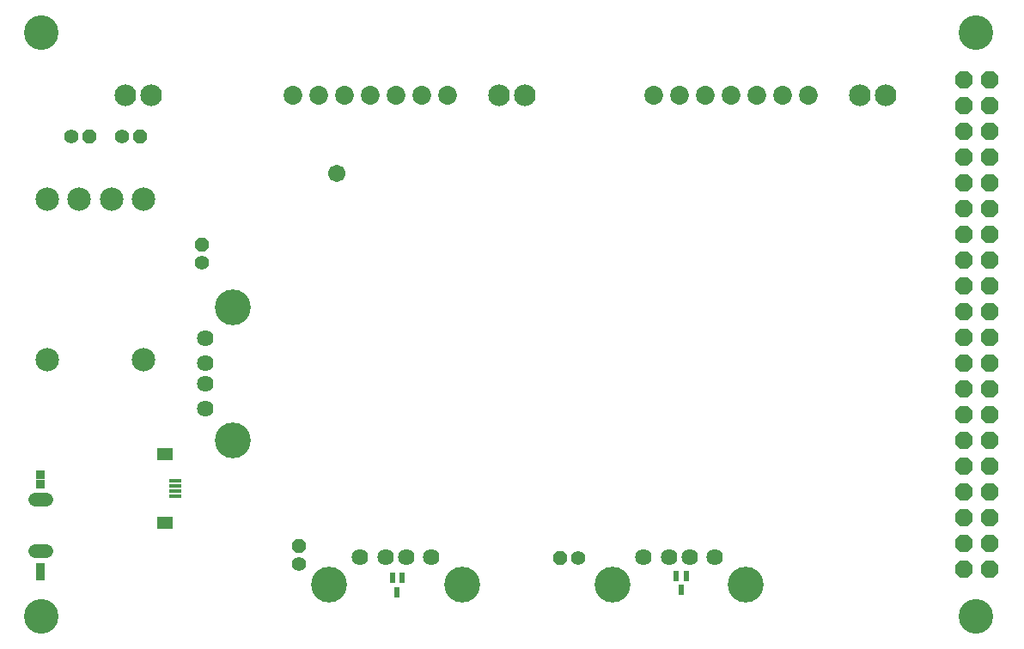
<source format=gbs>
G75*
G70*
%OFA0B0*%
%FSLAX24Y24*%
%IPPOS*%
%LPD*%
%AMOC8*
5,1,8,0,0,1.08239X$1,22.5*
%
%ADD10C,0.1340*%
%ADD11C,0.0907*%
%ADD12OC8,0.0560*%
%ADD13C,0.0560*%
%ADD14C,0.0730*%
%ADD15C,0.0840*%
%ADD16C,0.0640*%
%ADD17C,0.1390*%
%ADD18R,0.0237X0.0395*%
%ADD19OC8,0.0680*%
%ADD20R,0.0474X0.0178*%
%ADD21R,0.0608X0.0474*%
%ADD22C,0.0520*%
%ADD23R,0.0336X0.0336*%
%ADD24C,0.0671*%
D10*
X001834Y002943D03*
X001834Y025620D03*
X038094Y025620D03*
X038094Y002943D03*
D11*
X005797Y012898D03*
X002047Y012898D03*
X002047Y019148D03*
X003297Y019148D03*
X004547Y019148D03*
X005797Y019148D03*
D12*
X008055Y017387D03*
X005649Y021565D03*
X003680Y021565D03*
X011807Y005683D03*
X021957Y005191D03*
D13*
X022657Y005191D03*
X011807Y004983D03*
X008055Y016687D03*
X004949Y021565D03*
X002980Y021565D03*
D14*
X011574Y023183D03*
X012574Y023183D03*
X013574Y023183D03*
X014574Y023183D03*
X015574Y023183D03*
X016574Y023183D03*
X017574Y023183D03*
X025574Y023183D03*
X026574Y023183D03*
X027574Y023183D03*
X028574Y023183D03*
X029574Y023183D03*
X030574Y023183D03*
X031574Y023183D03*
D15*
X033574Y023183D03*
X034574Y023183D03*
X020574Y023183D03*
X019574Y023183D03*
X006074Y023183D03*
X005074Y023183D03*
D16*
X008186Y013739D03*
X008186Y012759D03*
X008186Y011969D03*
X008186Y010989D03*
X014199Y005253D03*
X015179Y005253D03*
X015969Y005253D03*
X016949Y005253D03*
X025199Y005253D03*
X026179Y005253D03*
X026969Y005253D03*
X027949Y005253D03*
D17*
X029159Y004183D03*
X023989Y004183D03*
X018159Y004183D03*
X012989Y004183D03*
X009256Y009779D03*
X009256Y014949D03*
D18*
X015437Y004439D03*
X015830Y004439D03*
X015634Y003888D03*
X026445Y004518D03*
X026838Y004518D03*
X026641Y003967D03*
D19*
X037634Y004782D03*
X038634Y004782D03*
X038634Y005782D03*
X038634Y006782D03*
X037634Y006782D03*
X037634Y005782D03*
X037634Y007782D03*
X038634Y007782D03*
X038634Y008782D03*
X038634Y009782D03*
X037634Y009782D03*
X037634Y008782D03*
X037634Y010782D03*
X038634Y010782D03*
X038634Y011782D03*
X037634Y011782D03*
X037634Y012782D03*
X038634Y012782D03*
X038634Y013782D03*
X037634Y013782D03*
X037634Y014782D03*
X038634Y014782D03*
X038634Y015782D03*
X037634Y015782D03*
X037634Y016782D03*
X038634Y016782D03*
X038634Y017782D03*
X037634Y017782D03*
X037634Y018782D03*
X038634Y018782D03*
X038634Y019782D03*
X037634Y019782D03*
X037634Y020782D03*
X038634Y020782D03*
X038634Y021782D03*
X038634Y022782D03*
X037634Y022782D03*
X037634Y021782D03*
X037634Y023782D03*
X038634Y023782D03*
D20*
X007031Y008199D03*
X007031Y008002D03*
X007031Y007805D03*
X007031Y007608D03*
D21*
X006618Y006569D03*
X006618Y009238D03*
D22*
X002015Y007486D02*
X001575Y007486D01*
X001575Y005486D02*
X002015Y005486D01*
D23*
X001795Y004852D03*
X001795Y004498D03*
X001795Y008081D03*
X001795Y008435D03*
D24*
X013291Y020148D03*
M02*

</source>
